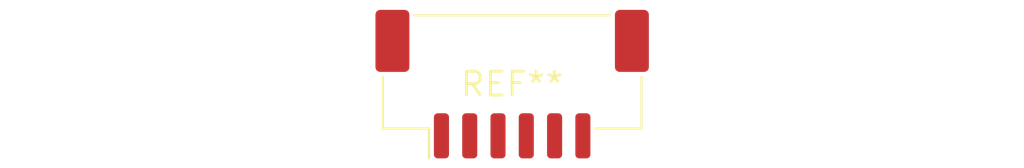
<source format=kicad_pcb>
(kicad_pcb (version 20240108) (generator pcbnew)
  (layers (0 "F.Cu" signal) (31 "B.Cu" signal) (34 "B.Paste" user) (35 "F.Paste" user) (36 "B.SilkS" user "B.Silkscreen") (37 "F.SilkS" user "F.Silkscreen") (38 "B.Mask" user) (39 "F.Mask" user) (44 "Edge.Cuts" user))
  (net 0 "")
  (footprint "JST_ZE_BM06B-ZESS-TBT_1x06-1MP_P1.50mm_Vertical" (layer "F.Cu") (at 0 0)
    (property "Reference" "REF**")
    (property "Value" "JST_ZE_BM06B-ZESS-TBT_1x06-1MP_P1.50mm_Vertical")
    (fp_line (start -6.86 -0.39) (end -6.86 2.36) (layer "F.SilkS") (stroke (width 0.12)))
    (fp_line (start -6.86 2.36) (end -4.41 2.36) (layer "F.SilkS") (stroke (width 0.12)))
    (fp_line (start -5.19 -3.66) (end 5.19 -3.66) (layer "F.SilkS") (stroke (width 0.12)))
    (fp_line (start -4.41 2.36) (end -4.41 3.95) (layer "F.SilkS") (stroke (width 0.12)))
    (fp_line (start 6.86 -0.39) (end 6.86 2.36) (layer "F.SilkS") (stroke (width 0.12)))
    (fp_line (start 6.86 2.36) (end 4.41 2.36) (layer "F.SilkS") (stroke (width 0.12)))
    (pad "1" smd roundrect (at -3.75 2.75) (size 0.8 2.4) (layers "F.Cu" "F.Paste" "F.Mask"))
    (pad "2" smd roundrect (at -2.25 2.75) (size 0.8 2.4) (layers "F.Cu" "F.Paste" "F.Mask"))
    (pad "3" smd roundrect (at -0.75 2.75) (size 0.8 2.4) (layers "F.Cu" "F.Paste" "F.Mask"))
    (pad "4" smd roundrect (at 0.75 2.75) (size 0.8 2.4) (layers "F.Cu" "F.Paste" "F.Mask"))
    (pad "5" smd roundrect (at 2.25 2.75) (size 0.8 2.4) (layers "F.Cu" "F.Paste" "F.Mask"))
    (pad "6" smd roundrect (at 3.75 2.75) (size 0.8 2.4) (layers "F.Cu" "F.Paste" "F.Mask"))
    (pad "MP" smd roundrect (at -6.35 -2.3) (size 1.8 3.3) (layers "F.Cu" "F.Paste" "F.Mask") (roundrect_rratio 0.138889))
    (pad "MP" smd roundrect (at 6.35 -2.3) (size 1.8 3.3) (layers "F.Cu" "F.Paste" "F.Mask") (roundrect_rratio 0.138889))
  )
)
</source>
